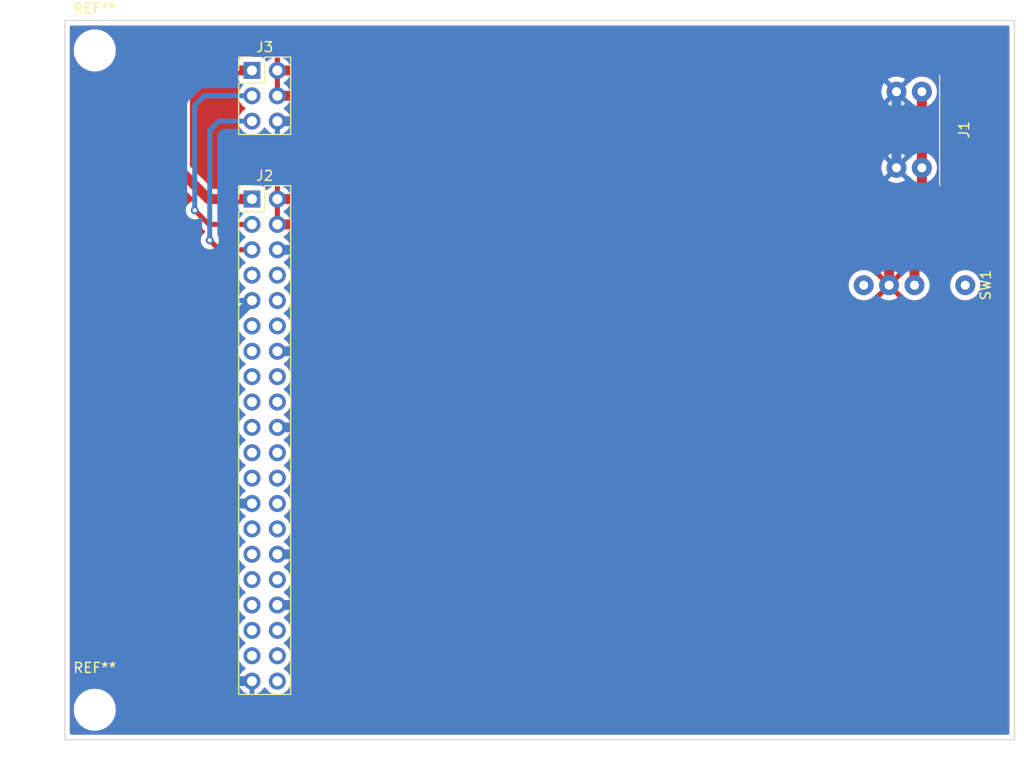
<source format=kicad_pcb>
(kicad_pcb (version 20211014) (generator pcbnew)
  (layers (0 "F.Cu" signal) (31 "B.Cu" signal) (34 "B.Paste" user) (35 "F.Paste" user) (36 "B.SilkS" user "B.Silkscreen") (37 "F.SilkS" user "F.Silkscreen") (38 "B.Mask" user) (39 "F.Mask" user) (44 "Edge.Cuts" user))
  (net 0 "")
  (net 1 "Net-(SW1-Pad1)")
  (net 2 "+5V")
  (net 4 "GND")
  (net 5 "+3.3V")
  (net 6 "I2C_2_SDA")
  (net 7 "I2C_2_SCL")
  (footprint "Connector_PinHeader_2.54mm:PinHeader_2x20_P2.54mm_Vertical" (layer "F.Cu") (at 118.725 67.875)
    (fp_text reference "J2" (at 1.27 -2.33) (layer "F.SilkS"))
    (fp_text value "Jetson_Nano_GPIO")
    (fp_line (start -1.33 0) (end -1.33 -1.33) (layer "F.SilkS") (width 0.12))
    (fp_line (start 3.87 -1.33) (end 3.87 49.59) (layer "F.SilkS") (width 0.12))
    (fp_line (start -1.33 49.59) (end 3.87 49.59) (layer "F.SilkS") (width 0.12))
    (fp_line (start 1.27 1.27) (end 1.27 -1.33) (layer "F.SilkS") (width 0.12))
    (fp_line (start 1.27 -1.33) (end 3.87 -1.33) (layer "F.SilkS") (width 0.12))
    (fp_line (start -1.33 -1.33) (end 0 -1.33) (layer "F.SilkS") (width 0.12))
    (fp_line (start -1.33 1.27) (end 1.27 1.27) (layer "F.SilkS") (width 0.12))
    (fp_line (start -1.33 1.27) (end -1.33 49.59) (layer "F.SilkS") (width 0.12))
    (pad "1" thru_hole rect (at 0 0) (size 1.7 1.7) (drill 1) (layers *.Cu *.Mask) (net 5 "+3.3V"))
    (pad "2" thru_hole oval (at 2.54 0) (size 1.7 1.7) (drill 1) (layers *.Cu *.Mask) (net 2 "+5V"))
    (pad "3" thru_hole oval (at 0 2.54) (size 1.7 1.7) (drill 1) (layers *.Cu *.Mask) (net 6 "I2C_2_SDA"))
    (pad "4" thru_hole oval (at 2.54 2.54) (size 1.7 1.7) (drill 1) (layers *.Cu *.Mask) (net 2 "+5V"))
    (pad "5" thru_hole oval (at 0 5.08) (size 1.7 1.7) (drill 1) (layers *.Cu *.Mask) (net 7 "I2C_2_SCL"))
    (pad "6" thru_hole oval (at 2.54 5.08) (size 1.7 1.7) (drill 1) (layers *.Cu *.Mask) (net 4 "GND"))
    (pad "7" thru_hole oval (at 0 7.62) (size 1.7 1.7) (drill 1) (layers *.Cu *.Mask))
    (pad "8" thru_hole oval (at 2.54 7.62) (size 1.7 1.7) (drill 1) (layers *.Cu *.Mask))
    (pad "9" thru_hole oval (at 0 10.16) (size 1.7 1.7) (drill 1) (layers *.Cu *.Mask) (net 4 "GND"))
    (pad "10" thru_hole oval (at 2.54 10.16) (size 1.7 1.7) (drill 1) (layers *.Cu *.Mask))
    (pad "11" thru_hole oval (at 0 12.7) (size 1.7 1.7) (drill 1) (layers *.Cu *.Mask))
    (pad "12" thru_hole oval (at 2.54 12.7) (size 1.7 1.7) (drill 1) (layers *.Cu *.Mask))
    (pad "13" thru_hole oval (at 0 15.24) (size 1.7 1.7) (drill 1) (layers *.Cu *.Mask))
    (pad "14" thru_hole oval (at 2.54 15.24) (size 1.7 1.7) (drill 1) (layers *.Cu *.Mask) (net 4 "GND"))
    (pad "15" thru_hole oval (at 0 17.78) (size 1.7 1.7) (drill 1) (layers *.Cu *.Mask))
    (pad "16" thru_hole oval (at 2.54 17.78) (size 1.7 1.7) (drill 1) (layers *.Cu *.Mask))
    (pad "17" thru_hole oval (at 0 20.32) (size 1.7 1.7) (drill 1) (layers *.Cu *.Mask))
    (pad "18" thru_hole oval (at 2.54 20.32) (size 1.7 1.7) (drill 1) (layers *.Cu *.Mask))
    (pad "19" thru_hole oval (at 0 22.86) (size 1.7 1.7) (drill 1) (layers *.Cu *.Mask))
    (pad "20" thru_hole oval (at 2.54 22.86) (size 1.7 1.7) (drill 1) (layers *.Cu *.Mask) (net 4 "GND"))
    (pad "21" thru_hole oval (at 0 25.4) (size 1.7 1.7) (drill 1) (layers *.Cu *.Mask))
    (pad "22" thru_hole oval (at 2.54 25.4) (size 1.7 1.7) (drill 1) (layers *.Cu *.Mask))
    (pad "23" thru_hole oval (at 0 27.94) (size 1.7 1.7) (drill 1) (layers *.Cu *.Mask))
    (pad "24" thru_hole oval (at 2.54 27.94) (size 1.7 1.7) (drill 1) (layers *.Cu *.Mask))
    (pad "25" thru_hole oval (at 0 30.48) (size 1.7 1.7) (drill 1) (layers *.Cu *.Mask) (net 4 "GND"))
    (pad "26" thru_hole oval (at 2.54 30.48) (size 1.7 1.7) (drill 1) (layers *.Cu *.Mask))
    (pad "27" thru_hole oval (at 0 33.02) (size 1.7 1.7) (drill 1) (layers *.Cu *.Mask))
    (pad "28" thru_hole oval (at 2.54 33.02) (size 1.7 1.7) (drill 1) (layers *.Cu *.Mask))
    (pad "29" thru_hole oval (at 0 35.56) (size 1.7 1.7) (drill 1) (layers *.Cu *.Mask))
    (pad "30" thru_hole oval (at 2.54 35.56) (size 1.7 1.7) (drill 1) (layers *.Cu *.Mask) (net 4 "GND"))
    (pad "31" thru_hole oval (at 0 38.1) (size 1.7 1.7) (drill 1) (layers *.Cu *.Mask))
    (pad "32" thru_hole oval (at 2.54 38.1) (size 1.7 1.7) (drill 1) (layers *.Cu *.Mask))
    (pad "33" thru_hole oval (at 0 40.64) (size 1.7 1.7) (drill 1) (layers *.Cu *.Mask))
    (pad "34" thru_hole oval (at 2.54 40.64) (size 1.7 1.7) (drill 1) (layers *.Cu *.Mask) (net 4 "GND"))
    (pad "35" thru_hole oval (at 0 43.18) (size 1.7 1.7) (drill 1) (layers *.Cu *.Mask))
    (pad "36" thru_hole oval (at 2.54 43.18) (size 1.7 1.7) (drill 1) (layers *.Cu *.Mask))
    (pad "37" thru_hole oval (at 0 45.72) (size 1.7 1.7) (drill 1) (layers *.Cu *.Mask))
    (pad "38" thru_hole oval (at 2.54 45.72) (size 1.7 1.7) (drill 1) (layers *.Cu *.Mask))
    (pad "39" thru_hole oval (at 0 48.26) (size 1.7 1.7) (drill 1) (layers *.Cu *.Mask) (net 4 "GND"))
    (pad "40" thru_hole oval (at 2.54 48.26) (size 1.7 1.7) (drill 1) (layers *.Cu *.Mask))
  )
  (footprint "extension_circuit_board:AE_MRUSB_DIP" (layer "F.Cu") (at 189.55 60.9365 90)
    (fp_text reference "J1" (at 0 0.405 90 unlocked) (layer "F.SilkS"))
    (fp_text value "AE_MRUSB_DIP")
    (fp_line (start 5.461 -2.032) (end -3.937 -2.032) (layer "F.SilkS") (width 0.12))
    (fp_line (start -3.81 -2.032) (end -5.588 -2.032) (layer "F.SilkS") (width 0.12))
    (pad "1" thru_hole circle (at -3.81 -6.35 90) (size 2 2) (drill 0.9) (layers *.Cu *.Mask) (net 4 "GND"))
    (pad "2" thru_hole circle (at 3.81 -6.35 90) (size 2 2) (drill 0.9) (layers *.Cu *.Mask) (net 4 "GND"))
    (pad "3" thru_hole circle (at -3.81 -3.81 90) (size 2 2) (drill 0.9) (layers *.Cu *.Mask) (net 1 "Net-(SW1-Pad1)"))
    (pad "4" thru_hole circle (at 3.81 -3.81 90) (size 2 2) (drill 0.9) (layers *.Cu *.Mask) (net 1 "Net-(SW1-Pad1)"))
  )
  (footprint "MountingHole:MountingHole_3.2mm_M3" (layer "F.Cu") (at 103 119)
    (fp_text reference "REF**" (at 0 -4.2) (layer "F.SilkS"))
    (fp_text value "MountingHole_3.2mm_M3")
    (pad "" np_thru_hole circle (at 0 0) (size 3.2 3.2) (drill 3.2) (layers *.Cu *.Mask))
  )
  (footprint "Connector_PinHeader_2.54mm:PinHeader_2x03_P2.54mm_Vertical" (layer "F.Cu") (at 118.725 55)
    (fp_text reference "J3" (at 1.27 -2.33) (layer "F.SilkS"))
    (fp_text value "PiOLED 2x3")
    (fp_line (start -1.33 1.27) (end -1.33 6.41) (layer "F.SilkS") (width 0.12))
    (fp_line (start -1.33 -1.33) (end 0 -1.33) (layer "F.SilkS") (width 0.12))
    (fp_line (start -1.33 1.27) (end 1.27 1.27) (layer "F.SilkS") (width 0.12))
    (fp_line (start 3.87 -1.33) (end 3.87 6.41) (layer "F.SilkS") (width 0.12))
    (fp_line (start 1.27 -1.33) (end 3.87 -1.33) (layer "F.SilkS") (width 0.12))
    (fp_line (start -1.33 6.41) (end 3.87 6.41) (layer "F.SilkS") (width 0.12))
    (fp_line (start -1.33 0) (end -1.33 -1.33) (layer "F.SilkS") (width 0.12))
    (fp_line (start 1.27 1.27) (end 1.27 -1.33) (layer "F.SilkS") (width 0.12))
    (pad "1" thru_hole rect (at 0 0) (size 1.7 1.7) (drill 1) (layers *.Cu *.Mask) (net 5 "+3.3V"))
    (pad "2" thru_hole oval (at 2.54 0) (size 1.7 1.7) (drill 1) (layers *.Cu *.Mask) (net 2 "+5V"))
    (pad "3" thru_hole oval (at 0 2.54) (size 1.7 1.7) (drill 1) (layers *.Cu *.Mask) (net 6 "I2C_2_SDA"))
    (pad "4" thru_hole oval (at 2.54 2.54) (size 1.7 1.7) (drill 1) (layers *.Cu *.Mask) (net 2 "+5V"))
    (pad "5" thru_hole oval (at 0 5.08) (size 1.7 1.7) (drill 1) (layers *.Cu *.Mask) (net 7 "I2C_2_SCL"))
    (pad "6" thru_hole oval (at 2.54 5.08) (size 1.7 1.7) (drill 1) (layers *.Cu *.Mask) (net 4 "GND"))
  )
  (footprint "MountingHole:MountingHole_3.2mm_M3" (layer "F.Cu") (at 103 53)
    (fp_text reference "REF**" (at 0 -4.2) (layer "F.SilkS"))
    (fp_text value "MountingHole_3.2mm_M3")
    (pad "" np_thru_hole circle (at 0 0) (size 3.2 3.2) (drill 3.2) (layers *.Cu *.Mask))
  )
  (footprint "extension_circuit_board:AE_SW_TOGGLE" (layer "F.Cu") (at 192.62 76.5 90)
    (fp_text reference "SW1" (at 0 -0.5 90 unlocked) (layer "F.SilkS"))
    (fp_text value "SW_SPDT")
    (pad "1" thru_hole circle (at 0 -7.62 90) (size 2 2) (drill 0.9) (layers *.Cu *.Mask) (net 1 "Net-(SW1-Pad1)"))
    (pad "2" thru_hole circle (at 0 -10.16 90) (size 2 2) (drill 0.9) (layers *.Cu *.Mask) (net 2 "+5V"))
    (pad "3" thru_hole circle (at 0 -12.7 90) (size 2 2) (drill 0.9) (layers *.Cu *.Mask))
    (pad "4" thru_hole circle (at 0 -2.54 90) (size 2 2) (drill 0.9) (layers *.Cu *.Mask))
  )
  (gr_line (start 100 50) (end 100 122) (layer "Edge.Cuts") (width 0.1))
  (gr_line (start 195 50) (end 100 50) (layer "Edge.Cuts") (width 0.1))
  (gr_line (start 195 122) (end 195 50) (layer "Edge.Cuts") (width 0.1))
  (gr_line (start 100 122) (end 195 122) (layer "Edge.Cuts") (width 0.1))
  (segment (start 185 70) (end 185 76.5) (width 1) (layer "F.Cu") (net 1))
  (segment (start 185.74 57.1265) (end 185.74 64.7465) (width 1) (layer "F.Cu") (net 1))
  (segment (start 185.74 64.7465) (end 185.74 69.26) (width 1) (layer "F.Cu") (net 1))
  (segment (start 185.74 69.26) (end 185 70) (width 1) (layer "F.Cu") (net 1))
  (segment (start 121.265 55) (end 126 55) (width 1) (layer "F.Cu") (net 2))
  (segment (start 125.96 57.54) (end 127.25 56.25) (width 1) (layer "F.Cu") (net 2))
  (segment (start 182.46 74.46) (end 182.46 76.5) (width 1) (layer "F.Cu") (net 2))
  (segment (start 121.265 57.54) (end 125.96 57.54) (width 1) (layer "F.Cu") (net 2))
  (segment (start 121.265 67.875) (end 125.875 67.875) (width 1) (layer "F.Cu") (net 2))
  (segment (start 125.875 67.875) (end 127.25 69.25) (width 1) (layer "F.Cu") (net 2))
  (segment (start 176 68) (end 182.46 74.46) (width 1) (layer "F.Cu") (net 2))
  (segment (start 126 55) (end 127.25 56.25) (width 1) (layer "F.Cu") (net 2))
  (segment (start 127.25 69.25) (end 126.085 70.415) (width 1) (layer "F.Cu") (net 2))
  (segment (start 128.5 68) (end 127.25 69.25) (width 1) (layer "F.Cu") (net 2))
  (segment (start 128.5 68) (end 176 68) (width 1) (layer "F.Cu") (net 2))
  (segment (start 126.085 70.415) (end 121.265 70.415) (width 1) (layer "F.Cu") (net 2))
  (segment (start 128.5 57.5) (end 128.5 68) (width 1) (layer "F.Cu") (net 2))
  (segment (start 127.25 56.25) (end 128.5 57.5) (width 1) (layer "F.Cu") (net 2))
  (segment (start 131.015 108.515) (end 131.42 108.92) (width 1) (layer "B.Cu") (net 4))
  (segment (start 131.42 60.08) (end 182.92 60.08) (width 1) (layer "B.Cu") (net 4))
  (segment (start 121.265 108.515) (end 131.015 108.515) (width 1) (layer "B.Cu") (net 4))
  (segment (start 121.265 83.115) (end 127.385 83.115) (width 1) (layer "B.Cu") (net 4))
  (segment (start 110 98) (end 110 116.5) (width 1) (layer "B.Cu") (net 4))
  (segment (start 131.42 78.42) (end 131.42 66.58) (width 1) (layer "B.Cu") (net 4))
  (segment (start 110.365 116.135) (end 110 116.5) (width 1) (layer "B.Cu") (net 4))
  (segment (start 118.725 116.135) (end 110.365 116.135) (width 1) (layer "B.Cu") (net 4))
  (segment (start 121.265 60.08) (end 131.42 60.08) (width 1) (layer "B.Cu") (net 4))
  (segment (start 110 118.5) (end 111.5 120) (width 1) (layer "B.Cu") (net 4))
  (segment (start 121.265 72.955) (end 127.045 72.955) (width 1) (layer "B.Cu") (net 4))
  (segment (start 131.065 103.435) (end 131.42 103.08) (width 1) (layer "B.Cu") (net 4))
  (segment (start 183.2 64.7465) (end 183.2 59.8) (width 1) (layer "B.Cu") (net 4))
  (segment (start 131.42 108.92) (end 131.42 103.08) (width 1) (layer "B.Cu") (net 4))
  (segment (start 127.045 72.955) (end 131.42 68.58) (width 1) (layer "B.Cu") (net 4))
  (segment (start 110 86.76) (end 110 98) (width 1) (layer "B.Cu") (net 4))
  (segment (start 111.5 120) (end 130.5 120) (width 1) (layer "B.Cu") (net 4))
  (segment (start 131.42 103.08) (end 131.42 86.08) (width 1) (layer "B.Cu") (net 4))
  (segment (start 110 116.5) (end 110 118.5) (width 1) (layer "B.Cu") (net 4))
  (segment (start 131.42 119.08) (end 131.42 108.92) (width 1) (layer "B.Cu") (net 4))
  (segment (start 131.42 86.08) (end 131.42 78.42) (width 1) (layer "B.Cu") (net 4))
  (segment (start 118.725 78.035) (end 110 86.76) (width 1) (layer "B.Cu") (net 4))
  (segment (start 131.42 87.08) (end 131.42 86.08) (width 1) (layer "B.Cu") (net 4))
  (segment (start 131.42 79.08) (end 131.42 78.42) (width 1) (layer "B.Cu") (net 4))
  (segment (start 131.42 68.58) (end 131.42 66.58) (width 1) (layer "B.Cu") (net 4))
  (segment (start 127.385 83.115) (end 131.42 79.08) (width 1) (layer "B.Cu") (net 4))
  (segment (start 130.5 120) (end 131.42 119.08) (width 1) (layer "B.Cu") (net 4))
  (segment (start 127.765 90.735) (end 131.42 87.08) (width 1) (layer "B.Cu") (net 4))
  (segment (start 182.92 60.08) (end 183.2 59.8) (width 1) (layer "B.Cu") (net 4))
  (segment (start 131.42 66.58) (end 131.42 60.08) (width 1) (layer "B.Cu") (net 4))
  (segment (start 110.355 98.355) (end 110 98) (width 1) (layer "B.Cu") (net 4))
  (segment (start 118.725 98.355) (end 110.355 98.355) (width 1) (layer "B.Cu") (net 4))
  (segment (start 121.265 103.435) (end 131.065 103.435) (width 1) (layer "B.Cu") (net 4))
  (segment (start 183.2 59.8) (end 183.2 57.1265) (width 1) (layer "B.Cu") (net 4))
  (segment (start 121.265 90.735) (end 127.765 90.735) (width 1) (layer "B.Cu") (net 4))
  (segment (start 114 55) (end 118.725 55) (width 1) (layer "F.Cu") (net 5))
  (segment (start 111.5 57.5) (end 114 55) (width 1) (layer "F.Cu") (net 5))
  (segment (start 118.725 67.875) (end 114.375 67.875) (width 1) (layer "F.Cu") (net 5))
  (segment (start 114.375 67.875) (end 111.5 65) (width 1) (layer "F.Cu") (net 5))
  (segment (start 111.5 65) (end 111.5 57.5) (width 1) (layer "F.Cu") (net 5))
  (segment (start 118.725 70.415) (end 114.415 70.415) (width 0.5) (layer "F.Cu") (net 6))
  (segment (start 114.415 70.415) (end 113 69) (width 0.5) (layer "F.Cu") (net 6))
  (via (at 113 69) (size 0.8) (drill 0.4) (layers "F.Cu" "B.Cu") (net 6))
  (segment (start 113 58.5) (end 113 69) (width 0.5) (layer "B.Cu") (net 6))
  (segment (start 118.725 57.54) (end 113.96 57.54) (width 0.5) (layer "B.Cu") (net 6))
  (segment (start 113.96 57.54) (end 113 58.5) (width 0.5) (layer "B.Cu") (net 6))
  (segment (start 118.725 72.955) (end 115.455 72.955) (width 0.5) (layer "F.Cu") (net 7))
  (segment (start 115.455 72.955) (end 114.5 72) (width 0.5) (layer "F.Cu") (net 7))
  (via (at 114.5 72) (size 0.8) (drill 0.4) (layers "F.Cu" "B.Cu") (net 7))
  (segment (start 118.725 60.08) (end 115.42 60.08) (width 0.5) (layer "B.Cu") (net 7))
  (segment (start 115.42 60.08) (end 114.5 61) (width 0.5) (layer "B.Cu") (net 7))
  (segment (start 114.5 61) (end 114.5 72) (width 0.5) (layer "B.Cu") (net 7))
  (zone (net 2) (net_name "+5V") (layer "F.Cu") (connect_pads (clearance 0.508)) (min_thickness 0.254) (fill yes (thermal_gap 0.508) (thermal_bridge_width 0.508))
    (polygon (pts (xy 195 122) (xy 100 122) (xy 100 50) (xy 195 50)))
  )
  (zone (net 4) (net_name "GND") (layer "B.Cu") (connect_pads (clearance 0.508)) (min_thickness 0.254) (fill yes (thermal_gap 0.508) (thermal_bridge_width 0.508))
    (polygon (pts (xy 195 122) (xy 100 122) (xy 100 50) (xy 195 50)))
  )
)
</source>
